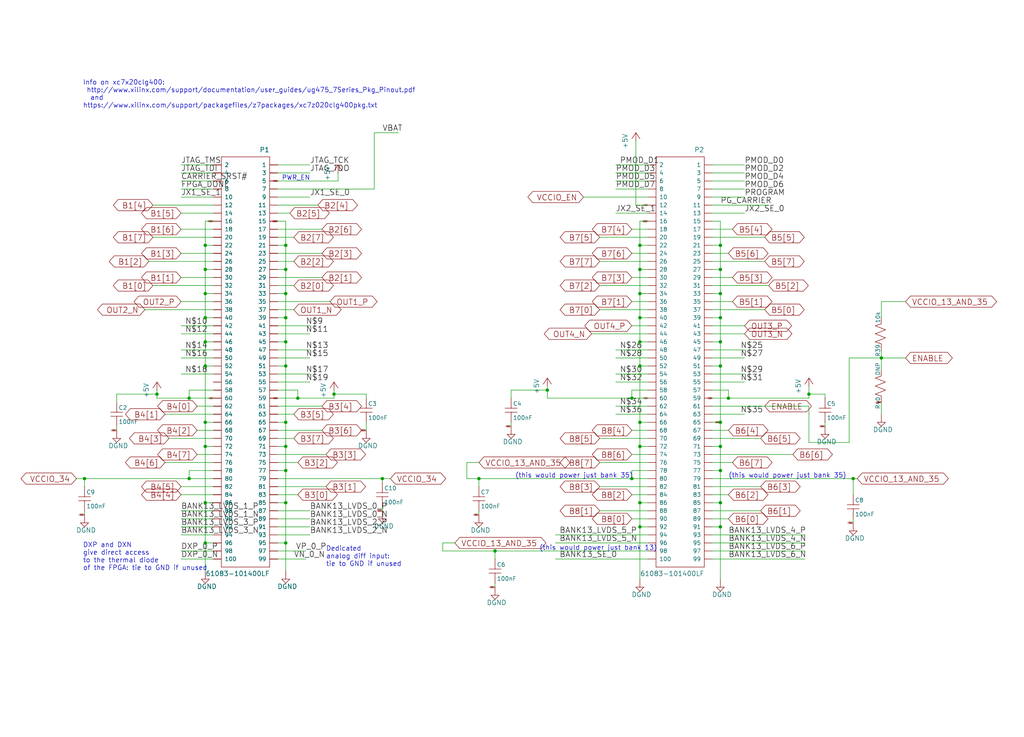
<source format=kicad_sch>
(kicad_sch (version 20231120) (generator "eeschema") (generator_version "8.0")
  (paper "User" 323.139 232.816)
  (lib_symbols
    (symbol "carrier-eagle-import:+5V" (power) (pin_names (offset 1.016))
      (property "Value" "+5V" (at -2.54 -5.08 90))
      (symbol "+5V_1_0"
        (pin power_in line (at 0 -2.54 90) (length 2.54) (name "+5V") (number "1"))
      )
    )
    (symbol "carrier-eagle-import:61083-101400LF" (pin_names (offset 1.016))
      (property "Reference" "P" (at -7.62 64.8716 0))
      (property "Value" "61083-101400LF" (at -7.6454 -68.9356 0))
      (symbol "61083-101400LF_1_0"
        (pin passive line (at -10.16 60.96 0) (length 2.54) (name "1") (number "1"))
        (pin passive line (at 10.16 50.8 180) (length 2.54) (name "10") (number "10"))
        (pin passive line (at 10.16 -63.5 180) (length 2.54) (name "100") (number "100"))
        (pin passive line (at -10.16 48.26 0) (length 2.54) (name "11") (number "11"))
        (pin passive line (at 10.16 48.26 180) (length 2.54) (name "12") (number "12"))
        (pin passive line (at -10.16 45.72 0) (length 2.54) (name "13") (number "13"))
        (pin passive line (at 10.16 45.72 180) (length 2.54) (name "14") (number "14"))
        (pin passive line (at -10.16 43.18 0) (length 2.54) (name "15") (number "15"))
        (pin passive line (at 10.16 43.18 180) (length 2.54) (name "16") (number "16"))
        (pin passive line (at -10.16 40.64 0) (length 2.54) (name "17") (number "17"))
        (pin passive line (at 10.16 40.64 180) (length 2.54) (name "18") (number "18"))
        (pin passive line (at -10.16 38.1 0) (length 2.54) (name "19") (number "19"))
        (pin passive line (at 10.16 60.96 180) (length 2.54) (name "2") (number "2"))
        (pin passive line (at 10.16 38.1 180) (length 2.54) (name "20") (number "20"))
        (pin passive line (at -10.16 35.56 0) (length 2.54) (name "21") (number "21"))
        (pin passive line (at 10.16 35.56 180) (length 2.54) (name "22") (number "22"))
        (pin passive line (at -10.16 33.02 0) (length 2.54) (name "23") (number "23"))
        (pin passive line (at 10.16 33.02 180) (length 2.54) (name "24") (number "24"))
        (pin passive line (at -10.16 30.48 0) (length 2.54) (name "25") (number "25"))
        (pin passive line (at 10.16 30.48 180) (length 2.54) (name "26") (number "26"))
        (pin passive line (at -10.16 27.94 0) (length 2.54) (name "27") (number "27"))
        (pin passive line (at 10.16 27.94 180) (length 2.54) (name "28") (number "28"))
        (pin passive line (at -10.16 25.4 0) (length 2.54) (name "29") (number "29"))
        (pin passive line (at -10.16 58.42 0) (length 2.54) (name "3") (number "3"))
        (pin passive line (at 10.16 25.4 180) (length 2.54) (name "30") (number "30"))
        (pin passive line (at -10.16 22.86 0) (length 2.54) (name "31") (number "31"))
        (pin passive line (at 10.16 22.86 180) (length 2.54) (name "32") (number "32"))
        (pin passive line (at -10.16 20.32 0) (length 2.54) (name "33") (number "33"))
        (pin passive line (at 10.16 20.32 180) (length 2.54) (name "34") (number "34"))
        (pin passive line (at -10.16 17.78 0) (length 2.54) (name "35") (number "35"))
        (pin passive line (at 10.16 17.78 180) (length 2.54) (name "36") (number "36"))
        (pin passive line (at -10.16 15.24 0) (length 2.54) (name "37") (number "37"))
        (pin passive line (at 10.16 15.24 180) (length 2.54) (name "38") (number "38"))
        (pin passive line (at -10.16 12.7 0) (length 2.54) (name "39") (number "39"))
        (pin passive line (at 10.16 58.42 180) (length 2.54) (name "4") (number "4"))
        (pin passive line (at 10.16 12.7 180) (length 2.54) (name "40") (number "40"))
        (pin passive line (at -10.16 10.16 0) (length 2.54) (name "41") (number "41"))
        (pin passive line (at 10.16 10.16 180) (length 2.54) (name "42") (number "42"))
        (pin passive line (at -10.16 7.62 0) (length 2.54) (name "43") (number "43"))
        (pin passive line (at 10.16 7.62 180) (length 2.54) (name "44") (number "44"))
        (pin passive line (at -10.16 5.08 0) (length 2.54) (name "45") (number "45"))
        (pin passive line (at 10.16 5.08 180) (length 2.54) (name "46") (number "46"))
        (pin passive line (at -10.16 2.54 0) (length 2.54) (name "47") (number "47"))
        (pin passive line (at 10.16 2.54 180) (length 2.54) (name "48") (number "48"))
        (pin passive line (at -10.16 0 0) (length 2.54) (name "49") (number "49"))
        (pin passive line (at -10.16 55.88 0) (length 2.54) (name "5") (number "5"))
        (pin passive line (at 10.16 0 180) (length 2.54) (name "50") (number "50"))
        (pin passive line (at -10.16 -2.54 0) (length 2.54) (name "51") (number "51"))
        (pin passive line (at 10.16 -2.54 180) (length 2.54) (name "52") (number "52"))
        (pin passive line (at -10.16 -5.08 0) (length 2.54) (name "53") (number "53"))
        (pin passive line (at 10.16 -5.08 180) (length 2.54) (name "54") (number "54"))
        (pin passive line (at -10.16 -7.62 0) (length 2.54) (name "55") (number "55"))
        (pin passive line (at 10.16 -7.62 180) (length 2.54) (name "56") (number "56"))
        (pin passive line (at -10.16 -10.16 0) (length 2.54) (name "57") (number "57"))
        (pin passive line (at 10.16 -10.16 180) (length 2.54) (name "58") (number "58"))
        (pin passive line (at -10.16 -12.7 0) (length 2.54) (name "59") (number "59"))
        (pin passive line (at 10.16 55.88 180) (length 2.54) (name "6") (number "6"))
        (pin passive line (at 10.16 -12.7 180) (length 2.54) (name "60") (number "60"))
        (pin passive line (at -10.16 -15.24 0) (length 2.54) (name "61") (number "61"))
        (pin passive line (at 10.16 -15.24 180) (length 2.54) (name "62") (number "62"))
        (pin passive line (at -10.16 -17.78 0) (length 2.54) (name "63") (number "63"))
        (pin passive line (at 10.16 -17.78 180) (length 2.54) (name "64") (number "64"))
        (pin passive line (at -10.16 -20.32 0) (length 2.54) (name "65") (number "65"))
        (pin passive line (at 10.16 -20.32 180) (length 2.54) (name "66") (number "66"))
        (pin passive line (at -10.16 -22.86 0) (length 2.54) (name "67") (number "67"))
        (pin passive line (at 10.16 -22.86 180) (length 2.54) (name "68") (number "68"))
        (pin passive line (at -10.16 -25.4 0) (length 2.54) (name "69") (number "69"))
        (pin passive line (at -10.16 53.34 0) (length 2.54) (name "7") (number "7"))
        (pin passive line (at 10.16 -25.4 180) (length 2.54) (name "70") (number "70"))
        (pin passive line (at -10.16 -27.94 0) (length 2.54) (name "71") (number "71"))
        (pin passive line (at 10.16 -27.94 180) (length 2.54) (name "72") (number "72"))
        (pin passive line (at -10.16 -30.48 0) (length 2.54) (name "73") (number "73"))
        (pin passive line (at 10.16 -30.48 180) (length 2.54) (name "74") (number "74"))
        (pin passive line (at -10.16 -33.02 0) (length 2.54) (name "75") (number "75"))
        (pin passive line (at 10.16 -33.02 180) (length 2.54) (name "76") (number "76"))
        (pin passive line (at -10.16 -35.56 0) (length 2.54) (name "77") (number "77"))
        (pin passive line (at 10.16 -35.56 180) (length 2.54) (name "78") (number "78"))
        (pin passive line (at -10.16 -38.1 0) (length 2.54) (name "79") (number "79"))
        (pin passive line (at 10.16 53.34 180) (length 2.54) (name "8") (number "8"))
        (pin passive line (at 10.16 -38.1 180) (length 2.54) (name "80") (number "80"))
        (pin passive line (at -10.16 -40.64 0) (length 2.54) (name "81") (number "81"))
        (pin passive line (at 10.16 -40.64 180) (length 2.54) (name "82") (number "82"))
        (pin passive line (at -10.16 -43.18 0) (length 2.54) (name "83") (number "83"))
        (pin passive line (at 10.16 -43.18 180) (length 2.54) (name "84") (number "84"))
        (pin passive line (at -10.16 -45.72 0) (length 2.54) (name "85") (number "85"))
        (pin passive line (at 10.16 -45.72 180) (length 2.54) (name "86") (number "86"))
        (pin passive line (at -10.16 -48.26 0) (length 2.54) (name "87") (number "87"))
        (pin passive line (at 10.16 -48.26 180) (length 2.54) (name "88") (number "88"))
        (pin passive line (at -10.16 -50.8 0) (length 2.54) (name "89") (number "89"))
        (pin passive line (at -10.16 50.8 0) (length 2.54) (name "9") (number "9"))
        (pin passive line (at 10.16 -50.8 180) (length 2.54) (name "90") (number "90"))
        (pin passive line (at -10.16 -53.34 0) (length 2.54) (name "91") (number "91"))
        (pin passive line (at 10.16 -53.34 180) (length 2.54) (name "92") (number "92"))
        (pin passive line (at -10.16 -55.88 0) (length 2.54) (name "93") (number "93"))
        (pin passive line (at 10.16 -55.88 180) (length 2.54) (name "94") (number "94"))
        (pin passive line (at -10.16 -58.42 0) (length 2.54) (name "95") (number "95"))
        (pin passive line (at 10.16 -58.42 180) (length 2.54) (name "96") (number "96"))
        (pin passive line (at -10.16 -60.96 0) (length 2.54) (name "97") (number "97"))
        (pin passive line (at 10.16 -60.96 180) (length 2.54) (name "98") (number "98"))
        (pin passive line (at -10.16 -63.5 0) (length 2.54) (name "99") (number "99"))
      )
    )
    (symbol "carrier-eagle-import:C_MLCC_SMDCMLCC_0603" (pin_names (offset 1.016))
      (property "Reference" "C" (at 0.5588 0.0508 0))
      (property "Value" "C_MLCC_SMDCMLCC_0603" (at 0.5588 -4.3688 0))
      (symbol "C_MLCC_SMDCMLCC_0603_1_0"
        (pin passive line (at 0 2.54 270) (length 0) (name "1") (number "P$1"))
        (pin passive line (at 0 -5.08 90) (length 0) (name "2") (number "P$2"))
      )
    )
    (symbol "carrier-eagle-import:DGND" (power) (pin_names (offset 1.016))
      (property "Value" "DGND" (at -2.667 -3.175 0))
      (symbol "DGND_1_0"
        (pin power_in line (at 0 2.54 270) (length 2.54) (name "DGND") (number "1"))
      )
    )
    (symbol "carrier-eagle-import:R_SMDR0603" (pin_names (offset 1.016))
      (property "Reference" "R" (at -7.2898 0.3048 0))
      (property "Value" "R_SMDR0603" (at 3.3274 0.3048 0))
      (symbol "R_SMDR0603_1_0"
        (pin passive line (at -5.08 0 0) (length 0) (name "1") (number "P$1"))
        (pin passive line (at 5.08 0 180) (length 0) (name "2") (number "P$2"))
      )
    )
  )
  (junction (at 227.33 166.37))
  (junction (at 201.93 100.33))
  (junction (at 201.93 140.97))
  (junction (at 59.69 125.73))
  (junction (at 201.93 158.75))
  (junction (at 49.53 124.46))
  (junction (at 64.77 92.71))
  (junction (at 26.67 151.13))
  (junction (at 64.77 77.47))
  (junction (at 59.69 151.13))
  (junction (at 201.93 166.37))
  (junction (at 64.77 100.33))
  (junction (at 90.17 77.47))
  (junction (at 255.27 124.46))
  (junction (at 156.21 173.99))
  (junction (at 227.33 140.97))
  (junction (at 201.93 107.95))
  (junction (at 64.77 171.45))
  (junction (at 227.33 115.57))
  (junction (at 227.33 85.09))
  (junction (at 199.39 151.13))
  (junction (at 199.39 125.73))
  (junction (at 90.17 92.71))
  (junction (at 201.93 77.47))
  (junction (at 90.17 100.33))
  (junction (at 172.72 123.19))
  (junction (at 64.77 107.95))
  (junction (at 269.24 151.13))
  (junction (at 201.93 85.09))
  (junction (at 64.77 133.35))
  (junction (at 90.17 140.97))
  (junction (at 120.65 151.13))
  (junction (at 278.13 113.03))
  (junction (at 227.33 107.95))
  (junction (at 227.33 92.71))
  (junction (at 227.33 77.47))
  (junction (at 93.98 125.73))
  (junction (at 64.77 115.57))
  (junction (at 227.33 148.59))
  (junction (at 90.17 133.35))
  (junction (at 90.17 158.75))
  (junction (at 90.17 115.57))
  (junction (at 227.33 158.75))
  (junction (at 105.41 124.46))
  (junction (at 90.17 107.95))
  (junction (at 64.77 85.09))
  (junction (at 151.13 151.13))
  (junction (at 90.17 148.59))
  (junction (at 201.93 115.57))
  (junction (at 227.33 100.33))
  (junction (at 201.93 133.35))
  (junction (at 90.17 85.09))
  (junction (at 64.77 140.97))
  (junction (at 227.33 133.35))
  (junction (at 64.77 158.75))
  (junction (at 201.93 92.71))
  (junction (at 229.87 125.73))
  (junction (at 90.17 171.45))
  (wire (pts (xy 59.69 125.73) (xy 49.53 125.73)))
  (wire (pts (xy 278.13 100.33) (xy 278.13 95.25)))
  (wire (pts (xy 90.17 100.33) (xy 90.17 92.71)))
  (wire (pts (xy 67.31 80.01) (xy 57.15 80.01)))
  (wire (pts (xy 224.79 135.89) (xy 229.87 135.89)))
  (wire (pts (xy 67.31 156.21) (xy 57.15 156.21)))
  (wire (pts (xy 204.47 123.19) (xy 199.39 123.19)))
  (wire (pts (xy 87.63 100.33) (xy 90.17 100.33)))
  (wire (pts (xy 87.63 77.47) (xy 90.17 77.47)))
  (wire (pts (xy 227.33 92.71) (xy 227.33 100.33)))
  (wire (pts (xy 201.93 100.33) (xy 201.93 107.95)))
  (wire (pts (xy 64.77 100.33) (xy 64.77 92.71)))
  (wire (pts (xy 224.79 69.85) (xy 227.33 69.85)))
  (wire (pts (xy 201.93 92.71) (xy 201.93 100.33)))
  (wire (pts (xy 204.47 118.11) (xy 194.31 118.11)))
  (wire (pts (xy 105.41 124.46) (xy 115.57 124.46)))
  (wire (pts (xy 67.31 125.73) (xy 59.69 125.73)))
  (wire (pts (xy 224.79 161.29) (xy 240.03 161.29)))
  (wire (pts (xy 87.63 151.13) (xy 120.65 151.13)))
  (wire (pts (xy 87.63 80.01) (xy 101.6 80.01)))
  (wire (pts (xy 123.19 151.13) (xy 120.65 151.13)))
  (wire (pts (xy 64.77 69.85) (xy 64.77 77.47)))
  (wire (pts (xy 224.79 74.93) (xy 241.3 74.93)))
  (wire (pts (xy 59.69 151.13) (xy 26.67 151.13)))
  (wire (pts (xy 67.31 133.35) (xy 64.77 133.35)))
  (wire (pts (xy 67.31 146.05) (xy 52.07 146.05)))
  (wire (pts (xy 87.63 87.63) (xy 101.6 87.63)))
  (wire (pts (xy 204.47 87.63) (xy 199.39 87.63)))
  (wire (pts (xy 49.53 125.73) (xy 49.53 124.46)))
  (wire (pts (xy 67.31 176.53) (xy 57.15 176.53)))
  (wire (pts (xy 201.93 115.57) (xy 201.93 133.35)))
  (wire (pts (xy 87.63 125.73) (xy 93.98 125.73)))
  (wire (pts (xy 227.33 107.95) (xy 224.79 107.95)))
  (wire (pts (xy 67.31 138.43) (xy 53.34 138.43)))
  (wire (pts (xy 156.21 173.99) (xy 156.21 176.53)))
  (wire (pts (xy 87.63 102.87) (xy 97.79 102.87)))
  (wire (pts (xy 204.47 113.03) (xy 194.31 113.03)))
  (wire (pts (xy 204.47 102.87) (xy 199.39 102.87)))
  (wire (pts (xy 204.47 97.79) (xy 189.23 97.79)))
  (wire (pts (xy 67.31 168.91) (xy 57.15 168.91)))
  (wire (pts (xy 227.33 115.57) (xy 227.33 133.35)))
  (wire (pts (xy 224.79 128.27) (xy 255.27 128.27)))
  (wire (pts (xy 199.39 151.13) (xy 151.13 151.13)))
  (wire (pts (xy 87.63 69.85) (xy 90.17 69.85)))
  (wire (pts (xy 227.33 158.75) (xy 224.79 158.75)))
  (wire (pts (xy 64.77 180.34) (xy 64.77 171.45)))
  (wire (pts (xy 67.31 107.95) (xy 64.77 107.95)))
  (wire (pts (xy 64.77 85.09) (xy 67.31 85.09)))
  (wire (pts (xy 87.63 107.95) (xy 90.17 107.95)))
  (wire (pts (xy 204.47 146.05) (xy 189.23 146.05)))
  (wire (pts (xy 204.47 80.01) (xy 199.39 80.01)))
  (wire (pts (xy 67.31 118.11) (xy 57.15 118.11)))
  (wire (pts (xy 87.63 153.67) (xy 102.87 153.67)))
  (wire (pts (xy 204.47 105.41) (xy 186.69 105.41)))
  (wire (pts (xy 204.47 57.15) (xy 194.31 57.15)))
  (wire (pts (xy 224.79 64.77) (xy 242.57 64.77)))
  (wire (pts (xy 224.79 173.99) (xy 254 173.99)))
  (wire (pts (xy 227.33 148.59) (xy 227.33 158.75)))
  (wire (pts (xy 270.51 151.13) (xy 269.24 151.13)))
  (wire (pts (xy 201.93 77.47) (xy 201.93 85.09)))
  (wire (pts (xy 115.57 124.46) (xy 115.57 125.73)))
  (wire (pts (xy 67.31 158.75) (xy 64.77 158.75)))
  (wire (pts (xy 87.63 143.51) (xy 102.87 143.51)))
  (wire (pts (xy 255.27 139.7) (xy 267.97 139.7)))
  (wire (pts (xy 36.83 127) (xy 36.83 124.46)))
  (wire (pts (xy 204.47 156.21) (xy 199.39 156.21)))
  (wire (pts (xy 204.47 72.39) (xy 199.39 72.39)))
  (wire (pts (xy 227.33 77.47) (xy 227.33 85.09)))
  (wire (pts (xy 199.39 125.73) (xy 172.72 125.73)))
  (wire (pts (xy 201.93 100.33) (xy 204.47 100.33)))
  (wire (pts (xy 67.31 173.99) (xy 57.15 173.99)))
  (wire (pts (xy 201.93 92.71) (xy 204.47 92.71)))
  (wire (pts (xy 224.79 54.61) (xy 234.95 54.61)))
  (wire (pts (xy 87.63 123.19) (xy 93.98 123.19)))
  (wire (pts (xy 267.97 139.7) (xy 267.97 113.03)))
  (wire (pts (xy 67.31 115.57) (xy 64.77 115.57)))
  (wire (pts (xy 26.67 162.56) (xy 26.67 161.29)))
  (wire (pts (xy 87.63 135.89) (xy 101.6 135.89)))
  (wire (pts (xy 93.98 125.73) (xy 105.41 125.73)))
  (wire (pts (xy 204.47 62.23) (xy 184.15 62.23)))
  (wire (pts (xy 67.31 171.45) (xy 64.77 171.45)))
  (wire (pts (xy 201.93 140.97) (xy 201.93 158.75)))
  (wire (pts (xy 87.63 171.45) (xy 90.17 171.45)))
  (wire (pts (xy 59.69 148.59) (xy 59.69 151.13)))
  (wire (pts (xy 87.63 52.07) (xy 97.79 52.07)))
  (wire (pts (xy 67.31 57.15) (xy 57.15 57.15)))
  (wire (pts (xy 255.27 124.46) (xy 260.35 124.46)))
  (wire (pts (xy 227.33 85.09) (xy 227.33 92.71)))
  (wire (pts (xy 227.33 166.37) (xy 224.79 166.37)))
  (wire (pts (xy 64.77 107.95) (xy 64.77 100.33)))
  (wire (pts (xy 156.21 173.99) (xy 139.7 173.99)))
  (wire (pts (xy 87.63 115.57) (xy 90.17 115.57)))
  (wire (pts (xy 224.79 125.73) (xy 229.87 125.73)))
  (wire (pts (xy 106.68 57.15) (xy 106.68 54.61)))
  (wire (pts (xy 67.31 143.51) (xy 62.23 143.51)))
  (wire (pts (xy 161.29 134.62) (xy 161.29 133.35)))
  (wire (pts (xy 87.63 166.37) (xy 97.79 166.37)))
  (wire (pts (xy 90.17 133.35) (xy 90.17 115.57)))
  (wire (pts (xy 278.13 95.25) (xy 285.75 95.25)))
  (wire (pts (xy 151.13 162.56) (xy 151.13 161.29)))
  (wire (pts (xy 224.79 156.21) (xy 229.87 156.21)))
  (wire (pts (xy 199.39 148.59) (xy 199.39 151.13)))
  (wire (pts (xy 90.17 77.47) (xy 90.17 69.85)))
  (wire (pts (xy 224.79 138.43) (xy 240.03 138.43)))
  (wire (pts (xy 87.63 64.77) (xy 100.33 64.77)))
  (wire (pts (xy 201.93 107.95) (xy 204.47 107.95)))
  (wire (pts (xy 87.63 97.79) (xy 92.71 97.79)))
  (wire (pts (xy 224.79 118.11) (xy 234.95 118.11)))
  (wire (pts (xy 204.47 161.29) (xy 189.23 161.29)))
  (wire (pts (xy 87.63 158.75) (xy 90.17 158.75)))
  (wire (pts (xy 87.63 138.43) (xy 92.71 138.43)))
  (wire (pts (xy 151.13 151.13) (xy 147.32 151.13)))
  (wire (pts (xy 161.29 123.19) (xy 172.72 123.19)))
  (wire (pts (xy 67.31 135.89) (xy 62.23 135.89)))
  (wire (pts (xy 118.11 41.91) (xy 125.73 41.91)))
  (wire (pts (xy 161.29 125.73) (xy 161.29 123.19)))
  (wire (pts (xy 204.47 171.45) (xy 175.26 171.45)))
  (wire (pts (xy 64.77 77.47) (xy 64.77 85.09)))
  (wire (pts (xy 201.93 166.37) (xy 204.47 166.37)))
  (wire (pts (xy 224.79 97.79) (xy 241.3 97.79)))
  (wire (pts (xy 269.24 165.1) (xy 269.24 163.83)))
  (wire (pts (xy 285.75 113.03) (xy 278.13 113.03)))
  (wire (pts (xy 64.77 115.57) (xy 64.77 107.95)))
  (wire (pts (xy 139.7 171.45) (xy 143.51 171.45)))
  (wire (pts (xy 67.31 140.97) (xy 64.77 140.97)))
  (wire (pts (xy 64.77 133.35) (xy 64.77 115.57)))
  (wire (pts (xy 87.63 95.25) (xy 104.14 95.25)))
  (wire (pts (xy 224.79 151.13) (xy 269.24 151.13)))
  (wire (pts (xy 224.79 171.45) (xy 254 171.45)))
  (wire (pts (xy 64.77 140.97) (xy 64.77 133.35)))
  (wire (pts (xy 24.13 151.13) (xy 26.67 151.13)))
  (wire (pts (xy 67.31 123.19) (xy 59.69 123.19)))
  (wire (pts (xy 224.79 59.69) (xy 234.95 59.69)))
  (wire (pts (xy 204.47 148.59) (xy 199.39 148.59)))
  (wire (pts (xy 227.33 69.85) (xy 227.33 77.47)))
  (wire (pts (xy 67.31 67.31) (xy 57.15 67.31)))
  (wire (pts (xy 87.63 130.81) (xy 92.71 130.81)))
  (wire (pts (xy 227.33 140.97) (xy 224.79 140.97)))
  (wire (pts (xy 90.17 85.09) (xy 87.63 85.09)))
  (wire (pts (xy 227.33 133.35) (xy 227.33 140.97)))
  (wire (pts (xy 59.69 123.19) (xy 59.69 125.73)))
  (wire (pts (xy 224.79 90.17) (xy 242.57 90.17)))
  (wire (pts (xy 67.31 105.41) (xy 57.15 105.41)))
  (wire (pts (xy 201.93 133.35) (xy 201.93 140.97)))
  (wire (pts (xy 227.33 100.33) (xy 224.79 100.33)))
  (wire (pts (xy 224.79 130.81) (xy 234.95 130.81)))
  (wire (pts (xy 204.47 135.89) (xy 199.39 135.89)))
  (wire (pts (xy 227.33 92.71) (xy 224.79 92.71)))
  (wire (pts (xy 87.63 161.29) (xy 97.79 161.29)))
  (wire (pts (xy 67.31 153.67) (xy 57.15 153.67)))
  (wire (pts (xy 224.79 163.83) (xy 229.87 163.83)))
  (wire (pts (xy 67.31 95.25) (xy 57.15 95.25)))
  (wire (pts (xy 36.83 135.89) (xy 36.83 134.62)))
  (wire (pts (xy 204.47 163.83) (xy 199.39 163.83)))
  (wire (pts (xy 227.33 140.97) (xy 227.33 148.59)))
  (wire (pts (xy 67.31 90.17) (xy 48.26 90.17)))
  (wire (pts (xy 87.63 148.59) (xy 90.17 148.59)))
  (wire (pts (xy 67.31 92.71) (xy 64.77 92.71)))
  (wire (pts (xy 199.39 123.19) (xy 199.39 125.73)))
  (wire (pts (xy 67.31 69.85) (xy 64.77 69.85)))
  (wire (pts (xy 67.31 100.33) (xy 64.77 100.33)))
  (wire (pts (xy 224.79 80.01) (xy 229.87 80.01)))
  (wire (pts (xy 224.79 123.19) (xy 229.87 123.19)))
  (wire (pts (xy 201.93 158.75) (xy 201.93 166.37)))
  (wire (pts (xy 204.47 151.13) (xy 199.39 151.13)))
  (wire (pts (xy 67.31 82.55) (xy 46.99 82.55)))
  (wire (pts (xy 201.93 115.57) (xy 204.47 115.57)))
  (wire (pts (xy 87.63 67.31) (xy 91.44 67.31)))
  (wire (pts (xy 87.63 113.03) (xy 97.79 113.03)))
  (wire (pts (xy 90.17 92.71) (xy 87.63 92.71)))
  (wire (pts (xy 90.17 148.59) (xy 90.17 140.97)))
  (wire (pts (xy 67.31 161.29) (xy 57.15 161.29)))
  (wire (pts (xy 67.31 110.49) (xy 57.15 110.49)))
  (wire (pts (xy 118.11 59.69) (xy 118.11 41.91)))
  (wire (pts (xy 229.87 123.19) (xy 229.87 125.73)))
  (wire (pts (xy 201.93 140.97) (xy 204.47 140.97)))
  (wire (pts (xy 204.47 90.17) (xy 189.23 90.17)))
  (wire (pts (xy 67.31 113.03) (xy 57.15 113.03)))
  (wire (pts (xy 90.17 115.57) (xy 90.17 107.95)))
  (wire (pts (xy 255.27 128.27) (xy 255.27 139.7)))
  (wire (pts (xy 67.31 87.63) (xy 57.15 87.63)))
  (wire (pts (xy 204.47 125.73) (xy 199.39 125.73)))
  (wire (pts (xy 224.79 153.67) (xy 240.03 153.67)))
  (wire (pts (xy 227.33 100.33) (xy 227.33 107.95)))
  (wire (pts (xy 204.47 173.99) (xy 156.21 173.99)))
  (wire (pts (xy 87.63 156.21) (xy 93.98 156.21)))
  (wire (pts (xy 120.65 161.29) (xy 120.65 160.02)))
  (wire (pts (xy 204.47 168.91) (xy 175.26 168.91)))
  (wire (pts (xy 67.31 148.59) (xy 59.69 148.59)))
  (wire (pts (xy 224.79 143.51) (xy 250.19 143.51)))
  (wire (pts (xy 87.63 105.41) (xy 97.79 105.41)))
  (wire (pts (xy 115.57 135.89) (xy 115.57 133.35)))
  (wire (pts (xy 201.93 85.09) (xy 204.47 85.09)))
  (wire (pts (xy 260.35 124.46) (xy 260.35 125.73)))
  (wire (pts (xy 139.7 173.99) (xy 139.7 171.45)))
  (wire (pts (xy 87.63 168.91) (xy 97.79 168.91)))
  (wire (pts (xy 67.31 54.61) (xy 57.15 54.61)))
  (wire (pts (xy 90.17 140.97) (xy 90.17 133.35)))
  (wire (pts (xy 87.63 74.93) (xy 92.71 74.93)))
  (wire (pts (xy 90.17 180.34) (xy 90.17 171.45)))
  (wire (pts (xy 224.79 95.25) (xy 231.14 95.25)))
  (wire (pts (xy 227.33 85.09) (xy 224.79 85.09)))
  (wire (pts (xy 204.47 82.55) (xy 189.23 82.55)))
  (wire (pts (xy 67.31 102.87) (xy 57.15 102.87)))
  (wire (pts (xy 201.93 107.95) (xy 201.93 115.57)))
  (wire (pts (xy 120.65 151.13) (xy 120.65 152.4)))
  (wire (pts (xy 227.33 107.95) (xy 227.33 115.57)))
  (wire (pts (xy 87.63 133.35) (xy 90.17 133.35)))
  (wire (pts (xy 204.47 54.61) (xy 194.31 54.61)))
  (wire (pts (xy 90.17 107.95) (xy 90.17 100.33)))
  (wire (pts (xy 278.13 113.03) (xy 267.97 113.03)))
  (wire (pts (xy 229.87 125.73) (xy 255.27 125.73)))
  (wire (pts (xy 105.41 125.73) (xy 105.41 124.46)))
  (wire (pts (xy 224.79 72.39) (xy 231.14 72.39)))
  (wire (pts (xy 260.35 134.62) (xy 260.35 133.35)))
  (wire (pts (xy 26.67 151.13) (xy 26.67 153.67)))
  (wire (pts (xy 87.63 110.49) (xy 97.79 110.49)))
  (wire (pts (xy 204.47 74.93) (xy 189.23 74.93)))
  (wire (pts (xy 204.47 120.65) (xy 194.31 120.65)))
  (wire (pts (xy 67.31 74.93) (xy 48.26 74.93)))
  (wire (pts (xy 204.47 52.07) (xy 194.31 52.07)))
  (wire (pts (xy 201.93 158.75) (xy 204.47 158.75)))
  (wire (pts (xy 87.63 72.39) (xy 101.6 72.39)))
  (wire (pts (xy 172.72 123.19) (xy 172.72 121.92)))
  (wire (pts (xy 201.93 69.85) (xy 201.93 77.47)))
  (wire (pts (xy 87.63 163.83) (xy 97.79 163.83)))
  (wire (pts (xy 269.24 156.21) (xy 269.24 151.13)))
  (wire (pts (xy 224.79 168.91) (xy 254 168.91)))
  (wire (pts (xy 67.31 59.69) (xy 57.15 59.69)))
  (wire (pts (xy 93.98 123.19) (xy 93.98 125.73)))
  (wire (pts (xy 255.27 125.73) (xy 255.27 124.46)))
  (wire (pts (xy 224.79 120.65) (xy 234.95 120.65)))
  (wire (pts (xy 224.79 105.41) (xy 234.95 105.41)))
  (wire (pts (xy 201.93 77.47) (xy 204.47 77.47)))
  (wire (pts (xy 87.63 128.27) (xy 101.6 128.27)))
  (wire (pts (xy 87.63 173.99) (xy 96.52 173.99)))
  (wire (pts (xy 227.33 77.47) (xy 224.79 77.47)))
  (wire (pts (xy 87.63 57.15) (xy 106.68 57.15)))
  (wire (pts (xy 224.79 82.55) (xy 241.3 82.55)))
  (wire (pts (xy 204.47 95.25) (xy 199.39 95.25)))
  (wire (pts (xy 204.47 128.27) (xy 194.31 128.27)))
  (wire (pts (xy 49.53 124.46) (xy 49.53 123.19)))
  (wire (pts (xy 67.31 97.79) (xy 45.72 97.79)))
  (wire (pts (xy 278.13 116.84) (xy 278.13 113.03)))
  (wire (pts (xy 67.31 166.37) (xy 57.15 166.37)))
  (wire (pts (xy 64.77 92.71) (xy 64.77 85.09)))
  (wire (pts (xy 67.31 52.07) (xy 57.15 52.07)))
  (wire (pts (xy 278.13 127) (xy 278.13 130.81)))
  (wire (pts (xy 156.21 185.42) (xy 156.21 184.15)))
  (wire (pts (xy 227.33 166.37) (xy 227.33 182.88)))
  (wire (pts (xy 224.79 57.15) (xy 234.95 57.15)))
  (wire (pts (xy 67.31 163.83) (xy 57.15 163.83)))
  (wire (pts (xy 204.47 67.31) (xy 194.31 67.31)))
  (wire (pts (xy 201.93 166.37) (xy 201.93 182.88)))
  (wire (pts (xy 87.63 54.61) (xy 97.79 54.61)))
  (wire (pts (xy 147.32 151.13) (xy 147.32 146.05)))
  (wire (pts (xy 90.17 171.45) (xy 90.17 158.75)))
  (wire (pts (xy 151.13 153.67) (xy 151.13 151.13)))
  (wire (pts (xy 224.79 102.87) (xy 234.95 102.87)))
  (wire (pts (xy 87.63 146.05) (xy 93.98 146.05)))
  (wire (pts (xy 224.79 87.63) (xy 231.14 87.63)))
  (wire (pts (xy 90.17 158.75) (xy 90.17 148.59)))
  (wire (pts (xy 64.77 77.47) (xy 67.31 77.47)))
  (wire (pts (xy 87.63 120.65) (xy 97.79 120.65)))
  (wire (pts (xy 87.63 90.17) (xy 92.71 90.17)))
  (wire (pts (xy 204.47 110.49) (xy 194.31 110.49)))
  (wire (pts (xy 67.31 64.77) (xy 48.26 64.77)))
  (wire (pts (xy 224.79 113.03) (xy 234.95 113.03)))
  (wire (pts (xy 204.47 64.77) (xy 200.66 64.77)))
  (wire (pts (xy 172.72 125.73) (xy 172.72 123.19)))
  (wire (pts (xy 87.63 59.69) (xy 118.11 59.69)))
  (wire (pts (xy 204.47 69.85) (xy 201.93 69.85)))
  (wire (pts (xy 227.33 158.75) (xy 227.33 166.37)))
  (wire (pts (xy 204.47 143.51) (xy 199.39 143.51)))
  (wire (pts (xy 204.47 130.81) (xy 194.31 130.81)))
  (wire (pts (xy 224.79 110.49) (xy 234.95 110.49)))
  (wire (pts (xy 201.93 85.09) (xy 201.93 92.71)))
  (wire (pts (xy 90.17 85.09) (xy 90.17 92.71)))
  (wire (pts (xy 67.31 151.13) (xy 59.69 151.13)))
  (wire (pts (xy 87.63 140.97) (xy 90.17 140.97)))
  (wire (pts (xy 67.31 128.27) (xy 62.23 128.27)))
  (wire (pts (xy 87.63 176.53) (xy 96.52 176.53)))
  (wire (pts (xy 227.33 148.59) (xy 224.79 148.59)))
  (wire (pts (xy 64.77 158.75) (xy 64.77 140.97)))
  (wire (pts (xy 67.31 130.81) (xy 52.07 130.81)))
  (wire (pts (xy 90.17 77.47) (xy 90.17 85.09)))
  (wire (pts (xy 67.31 62.23) (xy 57.15 62.23)))
  (wire (pts (xy 224.79 176.53) (xy 254 176.53)))
  (wire (pts (xy 227.33 115.57) (xy 224.79 115.57)))
  (wire (pts (xy 204.47 138.43) (xy 189.23 138.43)))
  (wire (pts (xy 224.79 62.23) (xy 234.95 62.23)))
  (wire (pts (xy 67.31 72.39) (xy 57.15 72.39)))
  (wire (pts (xy 200.66 64.77) (xy 200.66 44.45)))
  (wire (pts (xy 204.47 153.67) (xy 189.23 153.67)))
  (wire (pts (xy 204.47 59.69) (xy 194.31 59.69)))
  (wire (pts (xy 224.79 67.31) (xy 234.95 67.31)))
  (wire (pts (xy 87.63 82.55) (xy 92.71 82.55)))
  (wire (pts (xy 227.33 133.35) (xy 224.79 133.35)))
  (wire (pts (xy 224.79 52.07) (xy 234.95 52.07)))
  (wire (pts (xy 224.79 146.05) (xy 231.14 146.05)))
  (wire (pts (xy 204.47 176.53) (xy 175.26 176.53)))
  (wire (pts (xy 36.83 124.46) (xy 49.53 124.46)))
  (wire (pts (xy 201.93 133.35) (xy 204.47 133.35)))
  (wire (pts (xy 147.32 146.05) (xy 151.13 146.05)))
  (wire (pts (xy 87.63 118.11) (xy 97.79 118.11)))
  (wire (pts (xy 87.63 62.23) (xy 97.79 62.23)))
  (wire (pts (xy 255.27 124.46) (xy 255.27 121.92)))
  (wire (pts (xy 278.13 110.49) (xy 278.13 113.03)))
  (wire (pts (xy 105.41 124.46) (xy 105.41 123.19)))
  (wire (pts (xy 64.77 171.45) (xy 64.77 158.75)))
  (text "Dedicated\nanalog diff input:\ntie to GND if unused" (at 102.87 179.07 0) (effects (font (size 1.4986 1.4986)) (justify left bottom)))
  (text "(this would power just bank 13)" (at 170.18 173.99 0) (effects (font (size 1.4986 1.4986)) (justify left bottom)))
  (text "(this would power just bank 35)" (at 229.87 151.13 0) (effects (font (size 1.4986 1.4986)) (justify left bottom)))
  (text "(this would power just bank 35)" (at 162.56 151.13 0) (effects (font (size 1.4986 1.4986)) (justify left bottom)))
  (text "DXP and DXN\ngive direct access\nto the thermal diode\nof the FPGA: tie to GND if unused" (at 26.162 180.34 0) (effects (font (size 1.4986 1.4986)) (justify left bottom)))
  (text "Info on xc7x20clg400:\n http://www.xilinx.com/support/documentation/user_guides/ug475_7Series_Pkg_Pinout.pdf\n  and\nhttps://www.xilinx.com/support/packagefiles/z7packages/xc7z020clg400pkg.txt" (at 26.162 34.29 0) (effects (font (size 1.4986 1.4986)) (justify left bottom)))
  (text "PWR_EN" (at 88.9 57.15 0) (effects (font (size 1.4986 1.4986)) (justify left bottom)))
  (label "JTAG_TMS" (at 57.15 52.07 0) (effects (font (size 1.778 1.778))))
  (label "N$9" (at 96.52 102.87 0) (effects (font (size 1.778 1.778))))
  (label "CARRIER_SRST#" (at 57.15 57.15 0) (effects (font (size 1.778 1.778))))
  (label "BANK13_LVDS_0_N" (at 97.79 163.83 0) (effects (font (size 1.778 1.778))))
  (label "JTAG_TDI" (at 57.15 54.61 0) (effects (font (size 1.778 1.778))))
  (label "BANK13_LVDS_1_N" (at 57.15 163.83 0) (effects (font (size 1.778 1.778))))
  (label "BANK13_LVDS_2_P" (at 97.79 166.37 0) (effects (font (size 1.778 1.778))))
  (label "PMOD_D2" (at 234.95 54.61 0) (effects (font (size 1.778 1.778))))
  (label "N$31" (at 233.68 120.65 0) (effects (font (size 1.778 1.778))))
  (label "BANK13_LVDS_2_N" (at 97.79 168.91 0) (effects (font (size 1.778 1.778))))
  (label "VP_0_P" (at 93.345 173.99 0) (effects (font (size 1.778 1.778))))
  (label "N$28" (at 195.58 113.03 0) (effects (font (size 1.778 1.778))))
  (label "BANK13_LVDS_4_P" (at 229.87 168.91 0) (effects (font (size 1.778 1.778))))
  (label "BANK13_LVDS_5_N" (at 176.53 171.45 0) (effects (font (size 1.778 1.778))))
  (label "N$13" (at 96.52 110.49 0) (effects (font (size 1.778 1.778))))
  (label "JX1_SE_1" (at 57.15 62.23 0) (effects (font (size 1.778 1.778))))
  (label "PMOD_D5" (at 194.31 57.15 0) (effects (font (size 1.778 1.778))))
  (label "BANK13_LVDS_4_N" (at 229.87 171.45 0) (effects (font (size 1.778 1.778))))
  (label "N$25" (at 233.68 110.49 0) (effects (font (size 1.778 1.778))))
  (label "FPGA_DONE" (at 57.15 59.69 0) (effects (font (size 1.778 1.778))))
  (label "DXP_0_N" (at 57.15 176.53 0) (effects (font (size 1.778 1.778))))
  (label "N$35" (at 233.68 130.81 0) (effects (font (size 1.778 1.778))))
  (label "N$16" (at 58.42 113.03 0) (effects (font (size 1.778 1.778))))
  (label "JTAG_TCK" (at 97.79 52.07 0) (effects (font (size 1.778 1.778))))
  (label "DXP_0_P" (at 57.15 173.99 0) (effects (font (size 1.778 1.778))))
  (label "PMOD_D0" (at 234.95 52.07 0) (effects (font (size 1.778 1.778))))
  (label "BANK13_SE_0" (at 176.53 176.53 0) (effects (font (size 1.778 1.778))))
  (label "N$26" (at 195.58 110.49 0) (effects (font (size 1.778 1.778))))
  (label "N$32" (at 195.58 120.65 0) (effects (font (size 1.778 1.778))))
  (label "JTAG_TDO" (at 97.79 54.61 0) (effects (font (size 1.778 1.778))))
  (label "N$18" (at 58.42 118.11 0) (effects (font (size 1.778 1.778))))
  (label "N$12" (at 58.42 105.41 0) (effects (font (size 1.778 1.778))))
  (label "JX1_SE_0" (at 97.79 62.23 0) (effects (font (size 1.778 1.778))))
  (label "N$30" (at 195.58 118.11 0) (effects (font (size 1.778 1.778))))
  (label "N$27" (at 233.68 113.03 0) (effects (font (size 1.778 1.778))))
  (label "PG_CARRIER" (at 227.33 64.77 0) (effects (font (size 1.778 1.778))))
  (label "BANK13_LVDS_1_P" (at 57.15 161.29 0) (effects (font (size 1.778 1.778))))
  (label "PROGRAM" (at 234.95 62.23 0) (effects (font (size 1.778 1.778))))
  (label "N$34" (at 195.58 128.27 0) (effects (font (size 1.778 1.778))))
  (label "BANK13_LVDS_6_N" (at 229.87 176.53 0) (effects (font (size 1.778 1.778))))
  (label "BANK13_LVDS_5_P" (at 176.53 168.91 0) (effects (font (size 1.778 1.778))))
  (label "BANK13_LVDS_3_P" (at 57.15 166.37 0) (effects (font (size 1.778 1.778))))
  (label "VBAT" (at 120.65 41.91 0) (effects (font (size 1.778 1.778))))
  (label "N$36" (at 195.58 130.81 0) (effects (font (size 1.778 1.778))))
  (label "PMOD_D6" (at 234.95 59.69 0) (effects (font (size 1.778 1.778))))
  (label "BANK13_LVDS_0_P" (at 97.79 161.29 0) (effects (font (size 1.778 1.778))))
  (label "PMOD_D7" (at 194.31 59.69 0) (effects (font (size 1.778 1.778))))
  (label "N$11" (at 96.52 105.41 0) (effects (font (size 1.778 1.778))))
  (label "PMOD_D4" (at 234.95 57.15 0) (effects (font (size 1.778 1.778))))
  (label "PMOD_D1" (at 195.58 52.07 0) (effects (font (size 1.778 1.778))))
  (label "BANK13_LVDS_3_N" (at 57.15 168.91 0) (effects (font (size 1.778 1.778))))
  (label "PMOD_D3" (at 194.31 54.61 0) (effects (font (size 1.778 1.778))))
  (label "N$14" (at 58.42 110.49 0) (effects (font (size 1.778 1.778))))
  (label "BANK13_LVDS_6_P" (at 229.87 173.99 0) (effects (font (size 1.778 1.778))))
  (label "N$19" (at 96.52 120.65 0) (effects (font (size 1.778 1.778))))
  (label "JX2_SE_1" (at 194.31 67.31 0) (effects (font (size 1.778 1.778))))
  (label "JX2_SE_0" (at 234.95 67.31 0) (effects (font (size 1.778 1.778))))
  (label "N$17" (at 96.52 118.11 0) (effects (font (size 1.778 1.778))))
  (label "N$15" (at 96.52 113.03 0) (effects (font (size 1.778 1.778))))
  (label "N$29" (at 233.68 118.11 0) (effects (font (size 1.778 1.778))))
  (label "N$10" (at 58.42 102.87 0) (effects (font (size 1.778 1.778))))
  (label "VN_0_N" (at 92.71 176.53 0) (effects (font (size 1.778 1.778))))
  (global_label "OUT3_N" (shape bidirectional) (at 234.95 105.41 0) (effects (font (size 1.778 1.778))) (property "Intersheetrefs" "${INTERSHEET_REFS}" (effects (hide yes))))
  (global_label "DGND" (shape bidirectional) (at 36.83 135.89 180) (effects (font (size 0.254 0.254))) (property "Intersheetrefs" "${INTERSHEET_REFS}" (effects (hide yes))))
  (global_label "DGND" (shape bidirectional) (at 161.29 134.62 180) (effects (font (size 0.254 0.254))) (property "Intersheetrefs" "${INTERSHEET_REFS}" (effects (hide yes))))
  (global_label "OUT2_N" (shape bidirectional) (at 45.72 97.79 180) (effects (font (size 1.778 1.778))) (property "Intersheetrefs" "${INTERSHEET_REFS}" (effects (hide yes))))
  (global_label "+5V" (shape bidirectional) (at 204.47 125.73 180) (effects (font (size 0.254 0.254))) (property "Intersheetrefs" "${INTERSHEET_REFS}" (effects (hide yes))))
  (global_label "DGND" (shape bidirectional) (at 87.63 69.85 180) (effects (font (size 0.254 0.254))) (property "Intersheetrefs" "${INTERSHEET_REFS}" (effects (hide yes))))
  (global_label "B3[7]" (shape bidirectional) (at 92.71 138.43 0) (effects (font (size 1.778 1.778))) (property "Intersheetrefs" "${INTERSHEET_REFS}" (effects (hide yes))))
  (global_label "B4[3]" (shape bidirectional) (at 53.34 138.43 180) (effects (font (size 1.778 1.778))) (property "Intersheetrefs" "${INTERSHEET_REFS}" (effects (hide yes))))
  (global_label "VCCIO_34" (shape bidirectional) (at 24.13 151.13 180) (effects (font (size 1.778 1.778))) (property "Intersheetrefs" "${INTERSHEET_REFS}" (effects (hide yes))))
  (global_label "B7[2]" (shape bidirectional) (at 189.23 90.17 180) (effects (font (size 1.778 1.778))) (property "Intersheetrefs" "${INTERSHEET_REFS}" (effects (hide yes))))
  (global_label "+5V" (shape bidirectional) (at 87.63 57.15 180) (effects (font (size 0.254 0.254))) (property "Intersheetrefs" "${INTERSHEET_REFS}" (effects (hide yes))))
  (global_label "B2[7]" (shape bidirectional) (at 92.71 74.93 0) (effects (font (size 1.778 1.778))) (property "Intersheetrefs" "${INTERSHEET_REFS}" (effects (hide yes))))
  (global_label "+5V" (shape bidirectional) (at 87.63 125.73 180) (effects (font (size 0.254 0.254))) (property "Intersheetrefs" "${INTERSHEET_REFS}" (effects (hide yes))))
  (global_label "OUT4_N" (shape bidirectional) (at 186.69 105.41 180) (effects (font (size 1.778 1.778))) (property "Intersheetrefs" "${INTERSHEET_REFS}" (effects (hide yes))))
  (global_label "B3[2]" (shape bidirectional) (at 93.98 146.05 0) (effects (font (size 1.778 1.778))) (property "Intersheetrefs" "${INTERSHEET_REFS}" (effects (hide yes))))
  (global_label "DGND" (shape bidirectional) (at 227.33 133.35 180) (effects (font (size 0.254 0.254))) (property "Intersheetrefs" "${INTERSHEET_REFS}" (effects (hide yes))))
  (global_label "B3[3]" (shape bidirectional) (at 102.87 143.51 0) (effects (font (size 1.778 1.778))) (property "Intersheetrefs" "${INTERSHEET_REFS}" (effects (hide yes))))
  (global_label "B5[3]" (shape bidirectional) (at 231.14 87.63 0) (effects (font (size 1.778 1.778))) (property "Intersheetrefs" "${INTERSHEET_REFS}" (effects (hide yes))))
  (global_label "B3[0]" (shape bidirectional) (at 93.98 156.21 0) (effects (font (size 1.778 1.778))) (property "Intersheetrefs" "${INTERSHEET_REFS}" (effects (hide yes))))
  (global_label "DGND" (shape bidirectional) (at 260.35 134.62 180) (effects (font (size 0.254 0.254))) (property "Intersheetrefs" "${INTERSHEET_REFS}" (effects (hide yes))))
  (global_label "B3[1]" (shape bidirectional) (at 102.87 153.67 0) (effects (font (size 1.778 1.778))) (property "Intersheetrefs" "${INTERSHEET_REFS}" (effects (hide yes))))
  (global_label "ENABLE" (shape bidirectional) (at 241.3 128.27 0) (effects (font (size 1.778 1.778))) (property "Intersheetrefs" "${INTERSHEET_REFS}" (effects (hide yes))))
  (global_label "VCCIO_13_AND_35" (shape bidirectional) (at 151.13 146.05 0) (effects (font (size 1.778 1.778))) (property "Intersheetrefs" "${INTERSHEET_REFS}" (effects (hide yes))))
  (global_label "B8[0]" (shape bidirectional) (at 199.39 163.83 180) (effects (font (size 1.778 1.778))) (property "Intersheetrefs" "${INTERSHEET_REFS}" (effects (hide yes))))
  (global_label "B4[5]" (shape bidirectional) (at 57.15 153.67 180) (effects (font (size 1.778 1.778))) (property "Intersheetrefs" "${INTERSHEET_REFS}" (effects (hide yes))))
  (global_label "DGND" (shape bidirectional) (at 67.31 69.85 180) (effects (font (size 0.254 0.254))) (property "Intersheetrefs" "${INTERSHEET_REFS}" (effects (hide yes))))
  (global_label "B8[6]" (shape bidirectional) (at 199.39 143.51 180) (effects (font (size 1.778 1.778))) (property "Intersheetrefs" "${INTERSHEET_REFS}" (effects (hide yes))))
  (global_label "B8[7]" (shape bidirectional) (at 189.23 146.05 180) (effects (font (size 1.778 1.778))) (property "Intersheetrefs" "${INTERSHEET_REFS}" (effects (hide yes))))
  (global_label "B1[5]" (shape bidirectional) (at 57.15 67.31 180) (effects (font (size 1.778 1.778))) (property "Intersheetrefs" "${INTERSHEET_REFS}" (effects (hide yes))))
  (global_label "B1[7]" (shape bidirectional) (at 48.26 74.93 180) (effects (font (size 1.778 1.778))) (property "Intersheetrefs" "${INTERSHEET_REFS}" (effects (hide yes))))
  (global_label "B4[0]" (shape bidirectional) (at 62.23 128.27 180) (effects (font (size 1.778 1.778))) (property "Intersheetrefs" "${INTERSHEET_REFS}" (effects (hide yes))))
  (global_label "VCCIO_13_AND_35" (shape bidirectional) (at 285.75 95.25 0) (effects (font (size 1.778 1.778))) (property "Intersheetrefs" "${INTERSHEET_REFS}" (effects (hide yes))))
  (global_label "+5V" (shape bidirectional) (at 204.47 64.77 180) (effects (font (size 0.254 0.254))) (property "Intersheetrefs" "${INTERSHEET_REFS}" (effects (hide yes))))
  (global_label "B5[0]" (shape bidirectional) (at 241.3 97.79 0) (effects (font (size 1.778 1.778))) (property "Intersheetrefs" "${INTERSHEET_REFS}" (effects (hide yes))))
  (global_label "+5V" (shape bidirectional) (at 224.79 125.73 180) (effects (font (size 0.254 0.254))) (property "Intersheetrefs" "${INTERSHEET_REFS}" (effects (hide yes))))
  (global_label "DGND" (shape bidirectional) (at 204.47 69.85 180) (effects (font (size 0.254 0.254))) (property "Intersheetrefs" "${INTERSHEET_REFS}" (effects (hide yes))))
  (global_label "B3[6]" (shape bidirectional) (at 101.6 135.89 0) (effects (font (size 1.778 1.778))) (property "Intersheetrefs" "${INTERSHEET_REFS}" (effects (hide yes))))
  (global_label "B7[3]" (shape bidirectional) (at 199.39 87.63 180) (effects (font (size 1.778 1.778))) (property "Intersheetrefs" "${INTERSHEET_REFS}" (effects (hide yes))))
  (global_label "B1[0]" (shape bidirectional) (at 48.26 90.17 180) (effects (font (size 1.778 1.778))) (property "Intersheetrefs" "${INTERSHEET_REFS}" (effects (hide yes))))
  (global_label "B2[2]" (shape bidirectional) (at 92.71 82.55 0) (effects (font (size 1.778 1.778))) (property "Intersheetrefs" "${INTERSHEET_REFS}" (effects (hide yes))))
  (global_label "B1[1]" (shape bidirectional) (at 57.15 87.63 180) (effects (font (size 1.778 1.778))) (property "Intersheetrefs" "${INTERSHEET_REFS}" (effects (hide yes))))
  (global_label "B6[5]" (shape bidirectional) (at 240.03 138.43 0) (effects (font (size 1.778 1.778))) (property "Intersheetrefs" "${INTERSHEET_REFS}" (effects (hide yes))))
  (global_label "OUT1_N" (shape bidirectional) (at 92.71 97.79 0) (effects (font (size 1.778 1.778))) (property "Intersheetrefs" "${INTERSHEET_REFS}" (effects (hide yes))))
  (global_label "DGND" (shape bidirectional) (at 26.67 162.56 180) (effects (font (size 0.254 0.254))) (property "Intersheetrefs" "${INTERSHEET_REFS}" (effects (hide yes))))
  (global_label "B1[4]" (shape bidirectional) (at 48.26 64.77 180) (effects (font (size 1.778 1.778))) (property "Intersheetrefs" "${INTERSHEET_REFS}" (effects (hide yes))))
  (global_label "OUT1_P" (shape bidirectional) (at 104.14 95.25 0) (effects (font (size 1.778 1.778))) (property "Intersheetrefs" "${INTERSHEET_REFS}" (effects (hide yes))))
  (global_label "B4[7]" (shape bidirectional) (at 62.23 143.51 180) (effects (font (size 1.778 1.778))) (property "Intersheetrefs" "${INTERSHEET_REFS}" (effects (hide yes))))
  (global_label "B7[1]" (shape bidirectional) (at 199.39 95.25 180) (effects (font (size 1.778 1.778))) (property "Intersheetrefs" "${INTERSHEET_REFS}" (effects (hide yes))))
  (global_label "B5[2]" (shape bidirectional) (at 242.57 90.17 0) (effects (font (size 1.778 1.778))) (property "Intersheetrefs" "${INTERSHEET_REFS}" (effects (hide yes))))
  (global_label "B5[6]" (shape bidirectional) (at 229.87 80.01 0) (effects (font (size 1.778 1.778))) (property "Intersheetrefs" "${INTERSHEET_REFS}" (effects (hide yes))))
  (global_label "OUT2_P" (shape bidirectional) (at 57.15 95.25 180) (effects (font (size 1.778 1.778))) (property "Intersheetrefs" "${INTERSHEET_REFS}" (effects (hide yes))))
  (global_label "B2[0]" (shape bidirectional) (at 92.71 90.17 0) (effects (font (size 1.778 1.778))) (property "Intersheetrefs" "${INTERSHEET_REFS}" (effects (hide yes))))
  (global_label "B3[4]" (shape bidirectional) (at 101.6 128.27 0) (effects (font (size 1.778 1.778))) (property "Intersheetrefs" "${INTERSHEET_REFS}" (effects (hide yes))))
  (global_label "B8[4]" (shape bidirectional) (at 199.39 135.89 180) (effects (font (size 1.778 1.778))) (property "Intersheetrefs" "${INTERSHEET_REFS}" (effects (hide yes))))
  (global_label "OUT4_P" (shape bidirectional) (at 199.39 102.87 180) (effects (font (size 1.778 1.778))) (property "Intersheetrefs" "${INTERSHEET_REFS}" (effects (hide yes))))
  (global_label "DGND" (shape bidirectional) (at 151.13 162.56 180) (effects (font (size 0.254 0.254))) (property "Intersheetrefs" "${INTERSHEET_REFS}" (effects (hide yes))))
  (global_label "B7[6]" (shape bidirectional) (at 199.39 80.01 180) (effects (font (size 1.778 1.778))) (property "Intersheetrefs" "${INTERSHEET_REFS}" (effects (hide yes))))
  (global_label "B8[2]" (shape bidirectional) (at 199.39 156.21 180) (effects (font (size 1.778 1.778))) (property "Intersheetrefs" "${INTERSHEET_REFS}" (effects (hide yes))))
  (global_label "VCCIO_13_AND_35" (shape bidirectional) (at 143.51 171.45 0) (effects (font (size 1.778 1.778))) (property "Intersheetrefs" "${INTERSHEET_REFS}" (effects (hide yes))))
  (global_label "B8[1]" (shape bidirectional) (at 189.23 161.29 180) (effects (font (size 1.778 1.778))) (property "Intersheetrefs" "${INTERSHEET_REFS}" (effects (hide yes))))
  (global_label "B6[2]" (shape bidirectional) (at 229.87 156.21 0) (effects (font (size 1.778 1.778))) (property "Intersheetrefs" "${INTERSHEET_REFS}" (effects (hide yes))))
  (global_label "OUT3_P" (shape bidirectional) (at 234.95 102.87 0) (effects (font (size 1.778 1.778))) (property "Intersheetrefs" "${INTERSHEET_REFS}" (effects (hide yes))))
  (global_label "VCCIO_EN" (shape bidirectional) (at 184.15 62.23 180) (effects (font (size 1.778 1.778))) (property "Intersheetrefs" "${INTERSHEET_REFS}" (effects (hide yes))))
  (global_label "B8[5]" (shape bidirectional) (at 189.23 138.43 180) (effects (font (size 1.778 1.778))) (property "Intersheetrefs" "${INTERSHEET_REFS}" (effects (hide yes))))
  (global_label "B1[2]" (shape bidirectional) (at 46.99 82.55 180) (effects (font (size 1.778 1.778))) (property "Intersheetrefs" "${INTERSHEET_REFS}" (effects (hide yes))))
  (global_label "B7[4]" (shape bidirectional) (at 199.39 72.39 180) (effects (font (size 1.778 1.778))) (property "Intersheetrefs" "${INTERSHEET_REFS}" (effects (hide yes))))
  (global_label "B6[3]" (shape bidirectional) (at 240.03 153.67 0) (effects (font (size 1.778 1.778))) (property "Intersheetrefs" "${INTERSHEET_REFS}" (effects (hide yes))))
  (global_label "B4[6]" (shape bidirectional) (at 52.07 146.05 180) (effects (font (size 1.778 1.778))) (property "Intersheetrefs" "${INTERSHEET_REFS}" (effects (hide yes))))
  (global_label "B5[4]" (shape bidirectional) (at 231.14 72.39 0) (effects (font (size 1.778 1.778))) (property "Intersheetrefs" "${INTERSHEET_REFS}" (effects (hide yes))))
  (global_label "B6[7]" (shape bidirectional) (at 231.14 146.05 0) (effects (font (size 1.778 1.778))) (property "Intersheetrefs" "${INTERSHEET_REFS}" (effects (hide yes))))
  (global_label "B5[1]" (shape bidirectional) (at 231.14 95.25 0) (effects (font (size 1.778 1.778))) (property "Intersheetrefs" "${INTERSHEET_REFS}" (effects (hide yes))))
  (global_label "B2[6]" (shape bidirectional) (at 101.6 72.39 0) (effects (font (size 1.778 1.778))) (property "Intersheetrefs" "${INTERSHEET_REFS}" (effects (hide yes))))
  (global_label "B2[3]" (shape bidirectional) (at 101.6 80.01 0) (effects (font (size 1.778 1.778))) (property "Intersheetrefs" "${INTERSHEET_REFS}" (effects (hide yes))))
  (global_label "B7[5]" (shape bidirectional) (at 189.23 74.93 180) (effects (font (size 1.778 1.778))) (property "Intersheetrefs" "${INTERSHEET_REFS}" (effects (hide yes))))
  (global_label "B7[7]" (shape bidirectional) (at 189.23 82.55 180) (effects (font (size 1.778 1.778))) (property "Intersheetrefs" "${INTERSHEET_REFS}" (effects (hide yes))))
  (global_label "DGND" (shape bidirectional) (at 278.13 127 180) (effects (font (size 0.254 0.254))) (property "Intersheetrefs" "${INTERSHEET_REFS}" (effects (hide yes))))
  (global_label "B2[5]" (shape bidirectional) (at 91.44 67.31 0) (effects (font (size 1.778 1.778))) (property "Intersheetrefs" "${INTERSHEET_REFS}" (effects (hide yes))))
  (global_label "B1[6]" (shape bidirectional) (at 57.15 72.39 180) (effects (font (size 1.778 1.778))) (property "Intersheetrefs" "${INTERSHEET_REFS}" (effects (hide yes))))
  (global_label "B4[1]" (shape bidirectional) (at 52.07 130.81 180) (effects (font (size 1.778 1.778))) (property "Intersheetrefs" "${INTERSHEET_REFS}" (effects (hide yes))))
  (global_label "B3[5]" (shape bidirectional) (at 92.71 130.81 0) (effects (font (size 1.778 1.778))) (property "Intersheetrefs" "${INTERSHEET_REFS}" (effects (hide yes))))
  (global_label "DGND" (shape bidirectional) (at 269.24 165.1 180) (effects (font (size 0.254 0.254))) (property "Intersheetrefs" "${INTERSHEET_REFS}" (effects (hide yes))))
  (global_label "B2[1]" (shape bidirectional) (at 101.6 87.63 0) (effects (font (size 1.778 1.778))) (property "Intersheetrefs" "${INTERSHEET_REFS}" (effects (hide yes))))
  (global_label "+5V" (shape bidirectional) (at 67.31 125.73 180) (effects (font (size 0.254 0.254))) (property "Intersheetrefs" "${INTERSHEET_REFS}" (effects (hide yes))))
  (global_label "DGND" (shape bidirectional) (at 120.65 161.29 180) (effects (font (size 0.254 0.254))) (property "Intersheetrefs" "${INTERSHEET_REFS}" (effects (hide yes))))
  (global_label "B5[7]" (shape bidirectional) (at 241.3 82.55 0) (effects (font (size 1.778 1.778))) (property "Intersheetrefs" "${INTERSHEET_REFS}" (effects (hide yes))))
  (global_label "ENABLE" (shape bidirectional) (at 285.75 113.03 0) (effects (font (size 1.778 1.778))) (property "Intersheetrefs" "${INTERSHEET_REFS}" (effects (hide yes))))
  (global_label "DGND" (shape bidirectional) (at 156.21 185.42 180) (effects (font (size 0.254 0.254))) (property "Intersheetrefs" "${INTERSHEET_REFS}" (effects (hide yes))))
  (global_label "B6[6]" (shape bidirectional) (at 250.19 143.51 0) (effects (font (size 1.778 1.778))) (property "Intersheetrefs" "${INTERSHEET_REFS}" (effects (hide yes))))
  (global_label "B4[2]" (shape bidirectional) (at 62.23 135.89 180) (effects (font (size 1.778 1.778))) (property "Intersheetrefs" "${INTERSHEET_REFS}" (effects (hide yes))))
  (global_label "B2[4]" (shape bidirectional) (at 100.33 64.77 0) (effects (font (size 1.778 1.778))) (property "Intersheetrefs" "${INTERSHEET_REFS}" (effects (hide yes))))
  (global_label "B8[3]" (shape bidirectional) (at 189.23 153.67 180) (effects (font (size 1.778 1.778))) (property "Intersheetrefs" "${INTERSHEET_REFS}" (effects (hide yes))))
  (global_label "VCCIO_13_AND_35" (shape bidirectional) (at 270.51 151.13 0) (effects (font (size 1.778 1.778))) (property "Intersheetrefs" "${INTERSHEET_REFS}" (effects (hide yes))))
  (global_label "B6[0]" (shape bidirectional) (at 229.87 163.83 0) (effects (font (size 1.778 1.778))) (property "Intersheetrefs" "${INTERSHEET_REFS}" (effects (hide yes))))
  (global_label "B4[4]" (shape bidirectional) (at 57.15 156.21 180) (effects (font (size 1.778 1.778))) (property "Intersheetrefs" "${INTERSHEET_REFS}" (effects (hide yes))))
  (global_label "B7[0]" (shape bidirectional) (at 189.23 97.79 180) (effects (font (size 1.778 1.778))) (property "Intersheetrefs" "${INTERSHEET_REFS}" (effects (hide yes))))
  (global_label "VCCIO_34" (shape bidirectional) (at 123.19 151.13 0) (effects (font (size 1.778 1.778))) (property "Intersheetrefs" "${INTERSHEET_REFS}" (effects (hide yes))))
  (global_label "DGND" (shape bidirectional) (at 115.57 135.89 180) (effects (font (size 0.254 0.254))) (property "Intersheetrefs" "${INTERSHEET_REFS}" (effects (hide yes))))
  (global_label "B1[3]" (shape bidirectional) (at 57.15 80.01 180) (effects (font (size 1.778 1.778))) (property "Intersheetrefs" "${INTERSHEET_REFS}" (effects (hide yes))))
  (global_label "B6[4]" (shape bidirectional) (at 229.87 135.89 0) (effects (font (size 1.778 1.778))) (property "Intersheetrefs" "${INTERSHEET_REFS}" (effects (hide yes))))
  (global_label "B6[1]" (shape bidirectional) (at 240.03 161.29 0) (effects (font (size 1.778 1.778))) (property "Intersheetrefs" "${INTERSHEET_REFS}" (effects (hide yes))))
  (global_label "B5[5]" (shape bidirectional) (at 241.3 74.93 0) (effects (font (size 1.778 1.778))) (property "Intersheetrefs" "${INTERSHEET_REFS}" (effects (hide yes))))
  (symbol (lib_id "carrier-eagle-import:+5V") (at 49.53 120.65 0) (unit 1)
    (property "Reference" "#P+03" (effects (hide yes)))
    (property "Value" "+5V" (at 46.99 125.73 90) (effects (font (size 1.4986 1.4986)) (justify left bottom)))
    (instances (project "carrier" (path "" (reference "#P+03") (unit 1)) (path "" (reference "#P+3") (unit 1))))
  )
  (symbol (lib_id "carrier-eagle-import:61083-101400LF") (at 214.63 113.03 0) (mirror y) (unit 1)
    (property "Reference" "P2" (at 222.25 48.1584 0) (effects (font (size 1.4986 1.4986)) (justify left bottom)))
    (property "Value" "61083-101400LF" (at 222.2754 181.991 0) (effects (font (size 1.4986 1.4986)) (justify left bottom)))
    (property "Footprint" "carrier:FCI_61083-101400LF" (effects (hide yes)))
    (property "PARTNO" "61083-101400LF" (effects (hide yes)))
  )
  (symbol (lib_id "carrier-eagle-import:DGND") (at 156.21 187.96 0) (unit 1)
    (property "Reference" "#SUPPLY013" (effects (hide yes)))
    (property "Value" "DGND" (at 153.543 191.135 0) (effects (font (size 1.4986 1.4986)) (justify left bottom)))
    (instances (project "carrier" (path "" (reference "#SUPPLY013") (unit 1)) (path "" (reference "#SUPPLY13") (unit 1))))
  )
  (symbol (lib_id "carrier-eagle-import:C_MLCC_SMDCMLCC_0603") (at 115.57 128.27 0) (unit 1)
    (property "Reference" "C3" (at 116.1288 128.2192 0) (effects (font (size 1.2954 1.2954)) (justify left bottom)))
    (property "Value" "100nF" (at 116.1288 132.6642 0) (effects (font (size 1.2954 1.2954)) (justify left bottom)))
    (property "Footprint" "carrier:C_MLCC_0603" (effects (hide yes)))
    (property "PARTNO" "AVX 06035C104K4T2A" (effects (hide yes)))
  )
  (symbol (lib_id "carrier-eagle-import:DGND") (at 26.67 165.1 0) (unit 1)
    (property "Reference" "#SUPPLY016" (effects (hide yes)))
    (property "Value" "DGND" (at 24.003 168.275 0) (effects (font (size 1.4986 1.4986)) (justify left bottom)))
    (instances (project "carrier" (path "" (reference "#SUPPLY016") (unit 1)) (path "" (reference "#SUPPLY16") (unit 1))))
  )
  (symbol (lib_id "carrier-eagle-import:+5V") (at 105.41 120.65 0) (unit 1)
    (property "Reference" "#P+02" (effects (hide yes)))
    (property "Value" "+5V" (at 102.87 125.73 90) (effects (font (size 1.4986 1.4986)) (justify left bottom)))
    (instances (project "carrier" (path "" (reference "#P+02") (unit 1)) (path "" (reference "#P+2") (unit 1))))
  )
  (symbol (lib_id "carrier-eagle-import:+5V") (at 172.72 119.38 0) (unit 1)
    (property "Reference" "#P+05" (effects (hide yes)))
    (property "Value" "+5V" (at 170.18 124.46 90) (effects (font (size 1.4986 1.4986)) (justify left bottom)))
    (instances (project "carrier" (path "" (reference "#P+05") (unit 1)) (path "" (reference "#P+5") (unit 1))))
  )
  (symbol (lib_id "carrier-eagle-import:DGND") (at 64.77 182.88 0) (unit 1)
    (property "Reference" "#SUPPLY02" (effects (hide yes)))
    (property "Value" "DGND" (at 62.103 186.055 0) (effects (font (size 1.4986 1.4986)) (justify left bottom)))
    (instances (project "carrier" (path "" (reference "#SUPPLY02") (unit 1)) (path "" (reference "#SUPPLY2") (unit 1))))
  )
  (symbol (lib_id "carrier-eagle-import:C_MLCC_SMDCMLCC_0603") (at 161.29 128.27 0) (unit 1)
    (property "Reference" "C4" (at 161.8488 128.2192 0) (effects (font (size 1.2954 1.2954)) (justify left bottom)))
    (property "Value" "100nF" (at 161.8488 132.6642 0) (effects (font (size 1.2954 1.2954)) (justify left bottom)))
    (property "Footprint" "carrier:C_MLCC_0603" (effects (hide yes)))
    (property "PARTNO" "AVX 06035C104K4T2A" (effects (hide yes)))
  )
  (symbol (lib_id "carrier-eagle-import:C_MLCC_SMDCMLCC_0603") (at 26.67 156.21 0) (unit 1)
    (property "Reference" "C9" (at 27.2288 156.1592 0) (effects (font (size 1.2954 1.2954)) (justify left bottom)))
    (property "Value" "100nF" (at 27.2288 160.6042 0) (effects (font (size 1.2954 1.2954)) (justify left bottom)))
    (property "Footprint" "carrier:C_MLCC_0603" (effects (hide yes)))
    (property "PARTNO" "AVX 06035C104K4T2A" (effects (hide yes)))
  )
  (symbol (lib_id "carrier-eagle-import:DGND") (at 120.65 163.83 0) (unit 1)
    (property "Reference" "#SUPPLY017" (effects (hide yes)))
    (property "Value" "DGND" (at 117.983 167.005 0) (effects (font (size 1.4986 1.4986)) (justify left bottom)))
    (instances (project "carrier" (path "" (reference "#SUPPLY017") (unit 1)) (path "" (reference "#SUPPLY17") (unit 1))))
  )
  (symbol (lib_id "carrier-eagle-import:R_SMDR0603") (at 278.13 105.41 90) (unit 1)
    (property "Reference" "R39" (at 277.7998 112.7252 0) (effects (font (size 1.2954 1.2954)) (justify left bottom)))
    (property "Value" "10k" (at 277.7998 102.0826 0) (effects (font (size 1.2954 1.2954)) (justify left bottom)))
    (property "Footprint" "carrier:R_0603" (effects (hide yes)))
    (property "PARTNO" " ERA-3AED103V" (effects (hide yes)))
  )
  (symbol (lib_id "carrier-eagle-import:DGND") (at 227.33 185.42 0) (unit 1)
    (property "Reference" "#SUPPLY04" (effects (hide yes)))
    (property "Value" "DGND" (at 224.663 188.595 0) (effects (font (size 1.4986 1.4986)) (justify left bottom)))
    (instances (project "carrier" (path "" (reference "#SUPPLY04") (unit 1)) (path "" (reference "#SUPPLY4") (unit 1))))
  )
  (symbol (lib_id "carrier-eagle-import:DGND") (at 269.24 167.64 0) (unit 1)
    (property "Reference" "#SUPPLY015" (effects (hide yes)))
    (property "Value" "DGND" (at 266.573 170.815 0) (effects (font (size 1.4986 1.4986)) (justify left bottom)))
    (instances (project "carrier" (path "" (reference "#SUPPLY015") (unit 1)) (path "" (reference "#SUPPLY15") (unit 1))))
  )
  (symbol (lib_id "carrier-eagle-import:C_MLCC_SMDCMLCC_0603") (at 36.83 129.54 0) (unit 1)
    (property "Reference" "C2" (at 37.3888 129.4892 0) (effects (font (size 1.2954 1.2954)) (justify left bottom)))
    (property "Value" "100nF" (at 37.3888 133.9342 0) (effects (font (size 1.2954 1.2954)) (justify left bottom)))
    (property "Footprint" "carrier:C_MLCC_0603" (effects (hide yes)))
    (property "PARTNO" "AVX 06035C104K4T2A" (effects (hide yes)))
  )
  (symbol (lib_id "carrier-eagle-import:C_MLCC_SMDCMLCC_0603") (at 269.24 158.75 0) (unit 1)
    (property "Reference" "C8" (at 269.7988 158.6992 0) (effects (font (size 1.2954 1.2954)) (justify left bottom)))
    (property "Value" "100nF" (at 269.7988 163.1442 0) (effects (font (size 1.2954 1.2954)) (justify left bottom)))
    (property "Footprint" "carrier:C_MLCC_0603" (effects (hide yes)))
    (property "PARTNO" "AVX 06035C104K4T2A" (effects (hide yes)))
  )
  (symbol (lib_id "carrier-eagle-import:DGND") (at 36.83 138.43 0) (unit 1)
    (property "Reference" "#SUPPLY09" (effects (hide yes)))
    (property "Value" "DGND" (at 34.163 141.605 0) (effects (font (size 1.4986 1.4986)) (justify left bottom)))
    (instances (project "carrier" (path "" (reference "#SUPPLY09") (unit 1)) (path "" (reference "#SUPPLY9") (unit 1))))
  )
  (symbol (lib_id "carrier-eagle-import:DGND") (at 151.13 165.1 0) (unit 1)
    (property "Reference" "#SUPPLY014" (effects (hide yes)))
    (property "Value" "DGND" (at 148.463 168.275 0) (effects (font (size 1.4986 1.4986)) (justify left bottom)))
    (instances (project "carrier" (path "" (reference "#SUPPLY014") (unit 1)) (path "" (reference "#SUPPLY14") (unit 1))))
  )
  (symbol (lib_id "carrier-eagle-import:+5V") (at 106.68 52.07 0) (unit 1)
    (property "Reference" "#P+010" (effects (hide yes)))
    (property "Value" "+5V" (at 104.14 57.15 90) (effects (font (size 1.4986 1.4986)) (justify left bottom)))
    (instances (project "carrier" (path "" (reference "#P+010") (unit 1)) (path "" (reference "#P+10") (unit 1))))
  )
  (symbol (lib_id "carrier-eagle-import:C_MLCC_SMDCMLCC_0603") (at 120.65 154.94 0) (unit 1)
    (property "Reference" "C10" (at 121.2088 154.8892 0) (effects (font (size 1.2954 1.2954)) (justify left bottom)))
    (property "Value" "100nF" (at 121.2088 159.3342 0) (effects (font (size 1.2954 1.2954)) (justify left bottom)))
    (property "Footprint" "carrier:C_MLCC_0603" (effects (hide yes)))
    (property "PARTNO" "AVX 06035C104K4T2A" (effects (hide yes)))
  )
  (symbol (lib_id "carrier-eagle-import:C_MLCC_SMDCMLCC_0603") (at 151.13 156.21 0) (unit 1)
    (property "Reference" "C7" (at 151.6888 156.1592 0) (effects (font (size 1.2954 1.2954)) (justify left bottom)))
    (property "Value" "100nF" (at 151.6888 160.6042 0) (effects (font (size 1.2954 1.2954)) (justify left bottom)))
    (property "Footprint" "carrier:C_MLCC_0603" (effects (hide yes)))
    (property "PARTNO" "AVX 06035C104K4T2A" (effects (hide yes)))
  )
  (symbol (lib_id "carrier-eagle-import:+5V") (at 200.66 41.91 0) (unit 1)
    (property "Reference" "#P+04" (effects (hide yes)))
    (property "Value" "+5V" (at 198.12 46.99 90) (effects (font (size 1.4986 1.4986)) (justify left bottom)))
    (instances (project "carrier" (path "" (reference "#P+04") (unit 1)) (path "" (reference "#P+4") (unit 1))))
  )
  (symbol (lib_id "carrier-eagle-import:DGND") (at 260.35 137.16 0) (unit 1)
    (property "Reference" "#SUPPLY012" (effects (hide yes)))
    (property "Value" "DGND" (at 257.683 140.335 0) (effects (font (size 1.4986 1.4986)) (justify left bottom)))
    (instances (project "carrier" (path "" (reference "#SUPPLY012") (unit 1)) (path "" (reference "#SUPPLY12") (unit 1))))
  )
  (symbol (lib_id "carrier-eagle-import:DGND") (at 115.57 138.43 0) (unit 1)
    (property "Reference" "#SUPPLY010" (effects (hide yes)))
    (property "Value" "DGND" (at 112.903 141.605 0) (effects (font (size 1.4986 1.4986)) (justify left bottom)))
    (instances (project "carrier" (path "" (reference "#SUPPLY010") (unit 1)) (path "" (reference "#SUPPLY10") (unit 1))))
  )
  (symbol (lib_id "carrier-eagle-import:+5V") (at 255.27 119.38 0) (unit 1)
    (property "Reference" "#P+06" (effects (hide yes)))
    (property "Value" "+5V" (at 252.73 124.46 90) (effects (font (size 1.4986 1.4986)) (justify left bottom)))
    (instances (project "carrier" (path "" (reference "#P+06") (unit 1)) (path "" (reference "#P+6") (unit 1))))
  )
  (symbol (lib_id "carrier-eagle-import:DGND") (at 278.13 133.35 0) (unit 1)
    (property "Reference" "#SUPPLY058" (effects (hide yes)))
    (property "Value" "DGND" (at 275.463 136.525 0) (effects (font (size 1.4986 1.4986)) (justify left bottom)))
    (instances (project "carrier" (path "" (reference "#SUPPLY058") (unit 1)) (path "" (reference "#SUPPLY58") (unit 1))))
  )
  (symbol (lib_id "carrier-eagle-import:DGND") (at 201.93 185.42 0) (unit 1)
    (property "Reference" "#SUPPLY03" (effects (hide yes)))
    (property "Value" "DGND" (at 199.263 188.595 0) (effects (font (size 1.4986 1.4986)) (justify left bottom)))
    (instances (project "carrier" (path "" (reference "#SUPPLY03") (unit 1)) (path "" (reference "#SUPPLY3") (unit 1))))
  )
  (symbol (lib_id "carrier-eagle-import:C_MLCC_SMDCMLCC_0603") (at 156.21 179.07 0) (unit 1)
    (property "Reference" "C6" (at 156.7688 179.0192 0) (effects (font (size 1.2954 1.2954)) (justify left bottom)))
    (property "Value" "100nF" (at 156.7688 183.4642 0) (effects (font (size 1.2954 1.2954)) (justify left bottom)))
    (property "Footprint" "carrier:C_MLCC_0603" (effects (hide yes)))
    (property "PARTNO" "AVX 06035C104K4T2A" (effects (hide yes)))
  )
  (symbol (lib_id "carrier-eagle-import:DGND") (at 90.17 182.88 0) (unit 1)
    (property "Reference" "#SUPPLY01" (effects (hide yes)))
    (property "Value" "DGND" (at 87.503 186.055 0) (effects (font (size 1.4986 1.4986)) (justify left bottom)))
    (instances (project "carrier" (path "" (reference "#SUPPLY01") (unit 1)) (path "" (reference "#SUPPLY1") (unit 1))))
  )
  (symbol (lib_id "carrier-eagle-import:C_MLCC_SMDCMLCC_0603") (at 260.35 128.27 0) (unit 1)
    (property "Reference" "C5" (at 260.9088 128.2192 0) (effects (font (size 1.2954 1.2954)) (justify left bottom)))
    (property "Value" "100nF" (at 260.9088 132.6642 0) (effects (font (size 1.2954 1.2954)) (justify left bottom)))
    (property "Footprint" "carrier:C_MLCC_0603" (effects (hide yes)))
    (property "PARTNO" "AVX 06035C104K4T2A" (effects (hide yes)))
  )
  (symbol (lib_id "carrier-eagle-import:DGND") (at 161.29 137.16 0) (unit 1)
    (property "Reference" "#SUPPLY011" (effects (hide yes)))
    (property "Value" "DGND" (at 158.623 140.335 0) (effects (font (size 1.4986 1.4986)) (justify left bottom)))
    (instances (project "carrier" (path "" (reference "#SUPPLY011") (unit 1)) (path "" (reference "#SUPPLY11") (unit 1))))
  )
  (symbol (lib_id "carrier-eagle-import:61083-101400LF") (at 77.47 113.03 0) (mirror y) (unit 1)
    (property "Reference" "P1" (at 85.09 48.1584 0) (effects (font (size 1.4986 1.4986)) (justify left bottom)))
    (property "Value" "61083-101400LF" (at 85.1154 181.991 0) (effects (font (size 1.4986 1.4986)) (justify left bottom)))
    (property "Footprint" "carrier:FCI_61083-101400LF" (effects (hide yes)))
    (property "PARTNO" "61083-101400LF" (effects (hide yes)))
  )
  (symbol (lib_id "carrier-eagle-import:R_SMDR0603") (at 278.13 121.92 90) (unit 1)
    (property "Reference" "R40" (at 277.7998 129.2352 0) (effects (font (size 1.2954 1.2954)) (justify left bottom)))
    (property "Value" "DNP" (at 277.7998 118.5926 0) (effects (font (size 1.2954 1.2954)) (justify left bottom)))
    (property "Footprint" "carrier:R_0603" (effects (hide yes)))
  )
)
</source>
